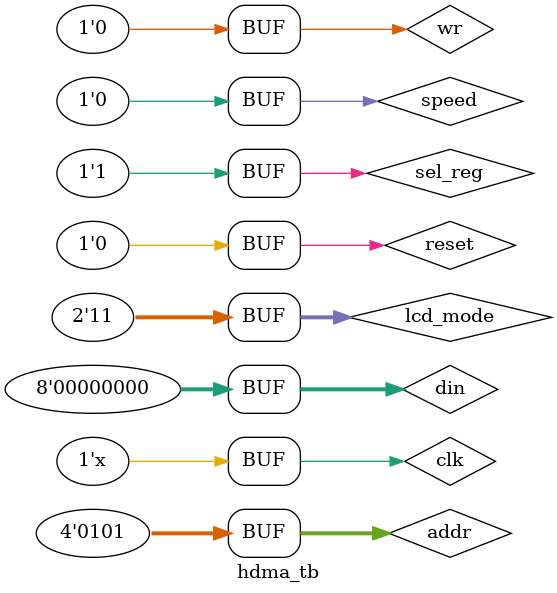
<source format=v>
module hdma(
	input  reset,
   input  clk,    // 8 Mhz cpu clock
	input  speed,  // cpu speed mode use for initial delay
	
	// cpu register interface
	input        sel_reg,
	input  [3:0] addr,
	input        wr,
	output [7:0] dout,
	input  [7:0] din,
	
	input [1:0] lcd_mode, 
	
	// dma connection
	output reg hdma_rd,
	output reg hdma_active,
	output [15:0] hdma_source_addr,
	output [15:0] hdma_target_addr

);

localparam DELAY_SINGLE = 5'd10;
localparam DELAY_DOUBLE = DELAY_SINGLE/5'd2;

//ff51-ff55 HDMA1-5 (GBC)
reg [7:0] hdma_source_h;		// ff51
reg [3:0] hdma_source_l;		// ff52 only top 4 bits used
reg [4:0] hdma_target_h;	   // ff53 only lowest 5 bits used
reg [3:0] hdma_target_l;	   // ff54 only top 4 bits used
reg hdma_mode; 					// ff55 bit 7  - 1=General Purpose DMA 0=H-Blank DMA
reg hdma_enabled;					// ff55 !bit 7 when read
reg [7:0] hdma_length;			// ff55 bit 6:0 - dma transfer length (hdma_length+1)*16 bytes

// it takes about 8us to transfer a block of 16 bytes. -> 500ns per byte -> 2Mhz
// 32 cycles in Normal Speed Mode, and 64 'fast' cycles in Double Speed Mode
reg [13:0] hdma_cnt; 
reg [5:0]  hdma_16byte_cnt; //16bytes*4

//assign hdma_rd = hdma_active;
assign hdma_source_addr = { hdma_source_h,hdma_source_l,4'd0} + hdma_cnt[13:2];
assign hdma_target_addr = { 3'b100,hdma_target_h,hdma_target_l,4'd0} + hdma_cnt[13:2];

reg [4:0] dma_delay;

reg [1:0] hdma_state;
parameter active=2'd0,blocksent=2'd1,wait_h=2'd2;

always @(posedge clk) begin
	if(reset) begin
		hdma_active <= 1'b0;
		hdma_state <= wait_h;
		hdma_enabled <= 1'b0;
		hdma_source_h <= 8'hFF;
		hdma_source_l <= 4'hF;
		hdma_target_h <= 5'h1F;
		hdma_target_l <= 4'hF;
      dma_delay <= 5'd0;
	end else begin
	   if(sel_reg && wr) begin
		
			case (addr)
				4'd1: hdma_source_h <= din;
				4'd2: hdma_source_l <= din[7:4];
				4'd3: hdma_target_h <= din[4:0];
				4'd4: hdma_target_l <= din[7:4];
	
			 
				// writing the hdma register engages the dma engine
				4'h5: begin
							if (hdma_mode == 1 && hdma_enabled && !din[7]) begin  //terminate an active H-Blank transfer by writing zero to Bit 7 of FF55
								hdma_state <= wait_h;
								hdma_active <= 1'b0;
								hdma_rd <= 1'b0;
								hdma_enabled <= 1'b0;
							end else begin															  //normal trigger
								hdma_enabled <= 1'b1;
								hdma_mode <= din[7];
								dma_delay <= speed?DELAY_DOUBLE:DELAY_SINGLE;
								hdma_length <= {1'b0,din[6:0]} + 8'd1;  
								hdma_cnt <= 14'd0; 
								hdma_16byte_cnt <= 6'h3f;
								if (din[7] == 1) hdma_state <= wait_h;
							end
						end
		    endcase
		end
		
		if (hdma_enabled) begin
			if(hdma_mode==0) begin 				                    //mode 0 GDMA do the transfer in one go after inital delay
             hdma_active <= 1'b1;
			    if (dma_delay>0) begin
                dma_delay <= dma_delay - 5'd1;
			    end else begin
					if(hdma_length != 0) begin
						hdma_rd <= 1'b1;
						hdma_cnt <= hdma_cnt + 1'd1;
						hdma_16byte_cnt <= hdma_16byte_cnt - 1'd1;
						if (!hdma_16byte_cnt) begin
								hdma_length <= hdma_length - 1'd1;
								if (hdma_length == 1) begin
									hdma_active <= 1'b0;
									hdma_rd <= 1'b0;
									hdma_enabled <= 1'b0;
									hdma_length <= 8'h80; //7f+1
								end
						end	
					end 
			    end

			end else begin        			                       //mode 1 HDMA transfer 1 block (16bytes) in each H-Blank only
				case (hdma_state)
					
					wait_h:    begin 
								    if (lcd_mode == 2'b00 ) begin	// Mode 00:  h-blank
									   dma_delay <= speed?DELAY_DOUBLE:DELAY_SINGLE;
									   hdma_state <= active;
									 end
								    hdma_16byte_cnt <= 6'h3f;
									 hdma_active <= 1'b0;
									 hdma_rd <= 1'b0;
							     end
				   
					blocksent: begin
									 if (hdma_length == 0) begin //check if finished
										hdma_enabled <= 1'b0;
										hdma_length <= 8'h80; //7f+1
                            end
									 if (lcd_mode == 2'b11) // wait for mode 3, mode before h-blank
										hdma_state <= wait_h;	
								  end

					active:    begin
									if(hdma_length != 0) begin
									  hdma_active <= 1'b1;
									  if (dma_delay>0) begin
										  dma_delay <= dma_delay - 5'd1;
									  end else begin
											hdma_rd <= 1'b1;
											hdma_cnt <= hdma_cnt + 1'd1;
											hdma_16byte_cnt <= hdma_16byte_cnt - 1'd1;
											if (!hdma_16byte_cnt) begin
													hdma_length <= hdma_length - 1'd1;
													hdma_state <= blocksent;
													hdma_active <= 1'b0;
													hdma_rd <= 1'b0;
											end
										end
									end else begin
										hdma_active <= 1'b0;
										hdma_rd <= 1'b0;
										hdma_enabled <= 1'b0;
										hdma_length <= 8'h80; //7f+1
									end
								 end
				endcase 	
			end
		end
	end
end


wire [7:0] length_m1 = hdma_length - 8'd1;

assign dout =  sel_reg?
					(addr==4'd5)?hdma_enabled?{1'b0,length_m1[6:0]}:
					{1'b1,length_m1[6:0]}:
					8'hFF:
				8'hFF;

endmodule

`timescale 1 ns/100 ps  // time-unit = 1 ns, precision = 100 ps

module hdma_tb;

   // duration for each bit = 125 * timescale = 125 * 1 ns  = 125ns // 8MHz
   localparam period = 125;  

	reg  reset = 1'd1;
	reg  clk = 1'd0;
	reg speed = 1'b0;
	
	// cpu register interface
	reg        sel_reg = 1'd0;
	reg  [3:0] addr    = 4'd0;
	reg        wr      = 1'd0;
	wire [7:0] dout;
	reg  [7:0] din     = 8'd0;
	
	reg [1:0] lcd_mode = 2'd0; 
	
	// dma connection
	wire hdma_rd;
	wire hdma_active;
	wire [15:0] hdma_source_addr;
	wire [15:0] hdma_target_addr;
	
	
	
	hdma hdma(
		.reset	          ( reset         ),
		.clk		          ( clk           ),
		.speed				 ( speed         ),
 		 
		// cpu register interface
		.sel_reg 	       ( sel_reg       ),
		.addr			       ( addr          ),
		.wr			       ( wr	           ),
		.dout			       ( dout       ),
		.din               ( din           ),
		
		.lcd_mode          ( lcd_mode      ),
		
		// dma connection
		.hdma_rd           ( hdma_rd          ),
		.hdma_active       ( hdma_active      ),
		.hdma_source_addr  ( hdma_source_addr ),
		.hdma_target_addr  ( hdma_target_addr ) 
		
	);
	
	always #62 clk <= !clk;
	initial begin
		reset <= 1'b0;
		sel_reg <= 1'b1;
		addr <= 4'd4;
		
		#1000 
		
		sel_reg <= 1'b1;
		addr <= 4'd1; // source h
		din <= 8'h20;
		wr <= 1'd1;
		
		#period  
		 wr <= 1'd0;	
		
		#period
	
		sel_reg <= 1'b1;
		addr <= 4'd2; // source l
		din <= 8'h40;
		wr <= 1'd1;
		
		#period
		wr <= 1'd0;	
		
		#period
	
		sel_reg <= 1'b1;
		addr <= 4'd3; // target h
		din <= 8'h82;
		wr <= 1'd1;
		#period
		wr <= 1'd0;	
		
		#period 
	
		sel_reg <= 1'b1;
		addr <= 4'd4; // target l
		din <= 8'h00;
		wr <= 1'd1;
		
		#period
		wr <= 1'd0;	
		
		#period
		$display("GDMA");
		sel_reg <= 1'b1;
		addr <= 4'd5; // trigger GDMA with length 
		din <= 8'h01;  // 20h bytes
		wr <= 1'd1;
		#period
		wr <= 1'd0;	
		
		#8000	
		
		lcd_mode <= 2'd1; 
		#2000
		
		lcd_mode <= 2'd0; 
		#8000
		
		$display("HDMA");
		sel_reg <= 1'b1;
		addr <= 4'd5; // trigger HDMA with length 
		din <= 8'h82;  // 30h bytes
		wr <= 1'd1;
		
		#period
		wr <= 1'd0;	
		
		#16000	
		
		lcd_mode <= 2'd2; 
		#2000
		
		lcd_mode <= 2'd3; 
		#2000
		
		lcd_mode <= 2'd0; 
		#16000

		lcd_mode <= 2'd2; 
		#2000
		
		lcd_mode <= 2'd3; 
		#2000
		
		lcd_mode <= 2'd0; 
		#16000
		
		sel_reg <= 1'b1;
		addr <= 4'd5;
		$display("Check FF55");
				
		#1000 

		$display("HDMA with cancel");
		sel_reg <= 1'b1;
		addr <= 4'd5; // trigger HDMA with length 
		din <= 8'h82;  // 30h bytes
		wr <= 1'd1;
		
		#period
		wr <= 1'd0;
		
		#16000	
		
		lcd_mode <= 2'd2; 
		#2000
		
		lcd_mode <= 2'd3; 
		#2000
		
      $display("canceling");
		sel_reg <= 1'b1;
		addr <= 4'd5; // trigger HDMA with length 
		din <= 8'h00;  // stop
		wr <= 1'd1;
		
		#period
		wr <= 1'd0;	
		
		#16000	
		
		sel_reg <= 1'b1;
		addr <= 4'd5;
		$display("Check FF55");
		
		lcd_mode <= 2'd2; 
		#2000
		
		lcd_mode <= 2'd3; 
		#2000
		$display("Test Complete");
	end  
  
endmodule
</source>
